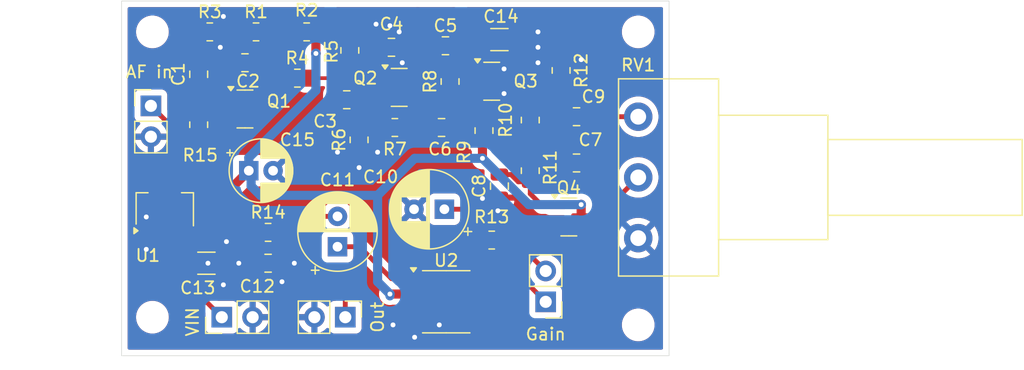
<source format=kicad_pcb>
(kicad_pcb (version 20241229) (generator "pcbnew") (generator_version "9.0")
  (layers (0 "F.Cu" signal) (2 "B.Cu" signal) (13 "F.Paste" user) (15 "B.Paste" user) (5 "F.SilkS" user "F.Silkscreen") (7 "B.SilkS" user "B.Silkscreen") (1 "F.Mask" user) (3 "B.Mask" user) (25 "Edge.Cuts" user))
  (net 0 "")
  (net 1 "GND")
  (net 2 "Net-(Q1-C)")
  (net 3 "Net-(Q1-B)")
  (net 4 "3V3")
  (net 5 "Net-(Q2-E)")
  (net 6 "Net-(Q2-B)")
  (net 7 "Net-(Q3-B)")
  (net 8 "Net-(Q3-E)")
  (net 9 "Net-(Q4-B)")
  (net 10 "Net-(Q4-E)")
  (net 11 "Net-(J4-Pin_1)")
  (net 12 "Net-(J1-Pin_1)")
  (net 13 "Net-(C3-Pad1)")
  (net 14 "Net-(C6-Pad1)")
  (net 15 "Net-(C7-Pad1)")
  (net 16 "Net-(C9-Pad2)")
  (net 17 "Net-(J2-Pin_2)")
  (net 18 "Net-(J3-Pin_1)")
  (net 19 "Net-(C12-Pad2)")
  (net 20 "Net-(J2-Pin_1)")
  (net 21 "Net-(RV1-Pad2)")
  (net 22 "Net-(C11-Pad1)")
  (net 23 "Net-(C1-Pad1)")
  (footprint "Capacitor_SMD:C_0805_2012Metric" (layer "F.Cu") (at 88.265 140.335)
    (property "Reference" "C7" (at 1.143 -1.905 0) (layer "F.SilkS"))
    (property "Value" "22n")
    (pad "1" smd roundrect (at -0.95 0) (size 1 1.45) (layers "F.Cu" "F.Mask" "F.Paste") (net 15 "Net-(C7-Pad1)"))
    (pad "2" smd roundrect (at 0.95 0) (size 1 1.45) (layers "F.Cu" "F.Mask" "F.Paste") (net 10 "Net-(Q4-E)"))
  )
  (footprint "Package_TO_SOT_SMD:SOT-23" (layer "F.Cu") (at 73.66 134.112)
    (property "Reference" "Q2" (at -2.794 -0.762 0) (layer "F.SilkS"))
    (property "Value" "MMBT3904")
    (pad "1" smd roundrect (at -0.9375 -0.95) (size 1.475 0.6) (layers "F.Cu" "F.Mask" "F.Paste") (net 6 "Net-(Q2-B)"))
    (pad "2" smd roundrect (at -0.9375 0.95) (size 1.475 0.6) (layers "F.Cu" "F.Mask" "F.Paste") (net 5 "Net-(Q2-E)"))
    (pad "3" smd roundrect (at 0.9375 0) (size 1.475 0.6) (layers "F.Cu" "F.Mask" "F.Paste") (net 4 "3V3"))
  )
  (footprint "MountingHole:MountingHole_2.2mm_M2_DIN965" (layer "F.Cu") (at 93.345 129.54)
    (property "Reference" "REF**" (hide yes))
    (property "Value" "MountingHole_2.2mm_M2_DIN965")
    (pad "" np_thru_hole circle (at 0 0) (size 2.2 2.2) (drill 2.2) (layers "*.Cu" "*.Mask"))
  )
  (footprint "Capacitor_SMD:C_0805_2012Metric" (layer "F.Cu") (at 77.15 137.414)
    (property "Reference" "C6" (at -0.127 1.778 0) (layer "F.SilkS"))
    (property "Value" "22n")
    (pad "1" smd roundrect (at -0.95 0) (size 1 1.45) (layers "F.Cu" "F.Mask" "F.Paste") (net 14 "Net-(C6-Pad1)"))
    (pad "2" smd roundrect (at 0.95 0) (size 1 1.45) (layers "F.Cu" "F.Mask" "F.Paste") (net 8 "Net-(Q3-E)"))
  )
  (footprint "Capacitor_SMD:C_0805_2012Metric" (layer "F.Cu") (at 57.15 133.03 90)
    (property "Reference" "C1" (at 0 -1.68 90) (layer "F.SilkS"))
    (property "Value" "1u")
    (pad "1" smd roundrect (at -0.95 0 90) (size 1 1.45) (layers "F.Cu" "F.Mask" "F.Paste") (net 23 "Net-(C1-Pad1)"))
    (pad "2" smd roundrect (at 0.95 0 90) (size 1 1.45) (layers "F.Cu" "F.Mask" "F.Paste") (net 3 "Net-(Q1-B)"))
  )
  (footprint "Capacitor_THT:CP_Radial_D6.3mm_P2.50mm" (layer "F.Cu") (at 77.38238 144.145 180)
    (property "Reference" "C10" (at 5.24638 2.667 0) (layer "F.SilkS"))
    (property "Value" "100x6.3v")
    (pad "1" thru_hole rect (at 0 0 180) (size 1.6 1.6) (drill 0.8) (layers "*.Cu" "*.Mask") (net 17 "Net-(J2-Pin_2)"))
    (pad "2" thru_hole circle (at 2.5 0 180) (size 1.6 1.6) (drill 0.8) (layers "*.Cu" "*.Mask") (net 1 "GND"))
  )
  (footprint "Package_SO:SOIC-8_3.9x4.9mm_P1.27mm" (layer "F.Cu") (at 77.535 151.765)
    (property "Reference" "U2" (at 0 -3.4 0) (layer "F.SilkS"))
    (property "Value" "TDA2822D")
    (pad "1" smd roundrect (at -2.475 -1.905) (size 1.95 0.6) (layers "F.Cu" "F.Mask" "F.Paste") (net 22 "Net-(C11-Pad1)"))
    (pad "2" smd roundrect (at -2.475 -0.635) (size 1.95 0.6) (layers "F.Cu" "F.Mask" "F.Paste") (net 4 "3V3"))
    (pad "3" smd roundrect (at -2.475 0.635) (size 1.95 0.6) (layers "F.Cu" "F.Mask" "F.Paste"))
    (pad "4" smd roundrect (at -2.475 1.905) (size 1.95 0.6) (layers "F.Cu" "F.Mask" "F.Paste") (net 1 "GND"))
    (pad "5" smd roundrect (at 2.475 1.905) (size 1.95 0.6) (layers "F.Cu" "F.Mask" "F.Paste"))
    (pad "6" smd roundrect (at 2.475 0.635) (size 1.95 0.6) (layers "F.Cu" "F.Mask" "F.Paste"))
    (pad "7" smd roundrect (at 2.475 -0.635) (size 1.95 0.6) (layers "F.Cu" "F.Mask" "F.Paste") (net 21 "Net-(RV1-Pad2)"))
    (pad "8" smd roundrect (at 2.475 -1.905) (size 1.95 0.6) (layers "F.Cu" "F.Mask" "F.Paste") (net 20 "Net-(J2-Pin_1)"))
  )
  (footprint "Capacitor_SMD:C_0805_2012Metric" (layer "F.Cu") (at 73.025 130.81 180)
    (property "Reference" "C4" (at 0 1.905 0) (layer "F.SilkS"))
    (property "Value" "1n")
    (pad "1" smd roundrect (at -0.95 0 180) (size 1 1.45) (layers "F.Cu" "F.Mask" "F.Paste") (net 1 "GND"))
    (pad "2" smd roundrect (at 0.95 0 180) (size 1 1.45) (layers "F.Cu" "F.Mask" "F.Paste") (net 6 "Net-(Q2-B)"))
  )
  (footprint "Capacitor_SMD:C_0805_2012Metric" (layer "F.Cu") (at 81.915 142.24 90)
    (property "Reference" "C8" (at 0 -1.68 90) (layer "F.SilkS"))
    (property "Value" "15n")
    (pad "1" smd roundrect (at -0.95 0 90) (size 1 1.45) (layers "F.Cu" "F.Mask" "F.Paste") (net 1 "GND"))
    (pad "2" smd roundrect (at 0.95 0 90) (size 1 1.45) (layers "F.Cu" "F.Mask" "F.Paste") (net 9 "Net-(Q4-B)"))
  )
  (footprint "MountingHole:MountingHole_2.2mm_M2_DIN965" (layer "F.Cu") (at 93.345 153.67)
    (property "Reference" "REF**" (hide yes))
    (property "Value" "MountingHole_2.2mm_M2_DIN965")
    (pad "" np_thru_hole circle (at 0 0) (size 2.2 2.2) (drill 2.2) (layers "*.Cu" "*.Mask"))
  )
  (footprint "Potentiometer_THT:Potentiometer_Piher_PC-16_Single_Horizontal" (layer "F.Cu") (at 93.345 146.525)
    (property "Reference" "RV1" (at 0 -14.25 0) (layer "F.SilkS"))
    (property "Value" "10k")
    (pad "1" thru_hole circle (at 0 0) (size 2.34 2.34) (drill 1.3) (layers "*.Cu" "*.Mask") (net 1 "GND"))
    (pad "2" thru_hole circle (at 0 -5) (size 2.34 2.34) (drill 1.3) (layers "*.Cu" "*.Mask") (net 21 "Net-(RV1-Pad2)"))
    (pad "3" thru_hole circle (at 0 -10) (size 2.34 2.34) (drill 1.3) (layers "*.Cu" "*.Mask") (net 16 "Net-(C9-Pad2)"))
  )
  (footprint "Capacitor_SMD:C_0805_2012Metric" (layer "F.Cu") (at 69.342 135.128)
    (property "Reference" "C3" (at -1.778 1.778 0) (layer "F.SilkS"))
    (property "Value" "22n")
    (pad "1" smd roundrect (at -0.95 0) (size 1 1.45) (layers "F.Cu" "F.Mask" "F.Paste") (net 13 "Net-(C3-Pad1)"))
    (pad "2" smd roundrect (at 0.95 0) (size 1 1.45) (layers "F.Cu" "F.Mask" "F.Paste") (net 5 "Net-(Q2-E)"))
  )
  (footprint "Capacitor_SMD:C_0805_2012Metric" (layer "F.Cu") (at 62.865 148.59 180)
    (property "Reference" "C12" (at 0.889 -1.905 0) (layer "F.SilkS"))
    (property "Value" "100n")
    (pad "1" smd roundrect (at -0.95 0 180) (size 1 1.45) (layers "F.Cu" "F.Mask" "F.Paste") (net 1 "GND"))
    (pad "2" smd roundrect (at 0.95 0 180) (size 1 1.45) (layers "F.Cu" "F.Mask" "F.Paste") (net 19 "Net-(C12-Pad2)"))
  )
  (footprint "Package_TO_SOT_SMD:SOT-23" (layer "F.Cu") (at 81.28 133.604)
    (property "Reference" "Q3" (at 2.794 0 0) (layer "F.SilkS"))
    (property "Value" "MMBT3906")
    (pad "1" smd roundrect (at -0.9375 -0.95) (size 1.475 0.6) (layers "F.Cu" "F.Mask" "F.Paste") (net 7 "Net-(Q3-B)"))
    (pad "2" smd roundrect (at -0.9375 0.95) (size 1.475 0.6) (layers "F.Cu" "F.Mask" "F.Paste") (net 8 "Net-(Q3-E)"))
    (pad "3" smd roundrect (at 0.9375 0) (size 1.475 0.6) (layers "F.Cu" "F.Mask" "F.Paste") (net 1 "GND"))
  )
  (footprint "Capacitor_SMD:C_0805_2012Metric" (layer "F.Cu") (at 60.96 132.08 180)
    (property "Reference" "C2" (at -0.254 -1.524 0) (layer "F.SilkS"))
    (property "Value" "1n")
    (pad "1" smd roundrect (at -0.95 0 180) (size 1 1.45) (layers "F.Cu" "F.Mask" "F.Paste") (net 2 "Net-(Q1-C)"))
    (pad "2" smd roundrect (at 0.95 0 180) (size 1 1.45) (layers "F.Cu" "F.Mask" "F.Paste") (net 3 "Net-(Q1-B)"))
  )
  (footprint "Resistor_SMD:R_0805_2012Metric" (layer "F.Cu") (at 73.3025 137.414)
    (property "Reference" "R7" (at 0 1.778 0) (layer "F.SilkS"))
    (property "Value" "3k9")
    (pad "1" smd roundrect (at -0.9125 0) (size 1.025 1.4) (layers "F.Cu" "F.Mask" "F.Paste") (roundrect_rratio 0.243902) (net 5 "Net-(Q2-E)"))
    (pad "2" smd roundrect (at 0.9125 0) (size 1.025 1.4) (layers "F.Cu" "F.Mask" "F.Paste") (roundrect_rratio 0.243902) (net 14 "Net-(C6-Pad1)"))
  )
  (footprint "Connector_PinHeader_2.54mm:PinHeader_1x02_P2.54mm_Vertical" (layer "F.Cu") (at 85.725 151.77 180)
    (property "Reference" "J2" (hide yes))
    (property "Value" "Gain" (at 0 -2.662 0) (layer "F.SilkS"))
    (pad "1" thru_hole rect (at 0 0 180) (size 1.7 1.7) (drill 1) (layers "*.Cu" "*.Mask") (net 20 "Net-(J2-Pin_1)"))
    (pad "2" thru_hole oval (at 0 2.54 180) (size 1.7 1.7) (drill 1) (layers "*.Cu" "*.Mask") (net 17 "Net-(J2-Pin_2)"))
  )
  (footprint "Resistor_SMD:R_0805_2012Metric" (layer "F.Cu") (at 84.455 136.8025 -90)
    (property "Reference" "R10" (at 0 2.032 90) (layer "F.SilkS"))
    (property "Value" "2k4")
    (pad "1" smd roundrect (at -0.9125 0 270) (size 1.025 1.4) (layers "F.Cu" "F.Mask" "F.Paste") (roundrect_rratio 0.243902) (net 8 "Net-(Q3-E)"))
    (pad "2" smd roundrect (at 0.9125 0 270) (size 1.025 1.4) (layers "F.Cu" "F.Mask" "F.Paste") (roundrect_rratio 0.243902) (net 15 "Net-(C7-Pad1)"))
  )
  (footprint "Resistor_SMD:R_0805_2012Metric" (layer "F.Cu") (at 84.455 140.97 -90)
    (property "Reference" "R11" (at -0.254 -1.65 90) (layer "F.SilkS"))
    (property "Value" "5k6")
    (pad "1" smd roundrect (at -0.9125 0 270) (size 1.025 1.4) (layers "F.Cu" "F.Mask" "F.Paste") (roundrect_rratio 0.243902) (net 15 "Net-(C7-Pad1)"))
    (pad "2" smd roundrect (at 0.9125 0 270) (size 1.025 1.4) (layers "F.Cu" "F.Mask" "F.Paste") (roundrect_rratio 0.243902) (net 9 "Net-(Q4-B)"))
  )
  (footprint "Capacitor_SMD:C_1206_3216Metric" (layer "F.Cu") (at 57.785 148.59)
    (property "Reference" "C13" (at -0.711252 2.032 0) (layer "F.SilkS"))
    (property "Value" "10u")
    (pad "1" smd roundrect (at -1.475 0) (size 1.15 1.8) (layers "F.Cu" "F.Mask" "F.Paste") (roundrect_rratio 0.217391) (net 11 "Net-(J4-Pin_1)"))
    (pad "2" smd roundrect (at 1.475 0) (size 1.15 1.8) (layers "F.Cu" "F.Mask" "F.Paste") (roundrect_rratio 0.217391) (net 1 "GND"))
  )
  (footprint "MountingHole:MountingHole_2.2mm_M2_DIN965" (layer "F.Cu") (at 53.34 153.035)
    (property "Reference" "REF**" (hide yes))
    (property "Value" "MountingHole_2.2mm_M2_DIN965")
    (pad "" np_thru_hole circle (at 0 0) (size 2.2 2.2) (drill 2.2) (layers "*.Cu" "*.Mask"))
  )
  (footprint "Resistor_SMD:R_0805_2012Metric" (layer "F.Cu") (at 58.0625 129.54)
    (property "Reference" "R3" (at 0 -1.65 0) (layer "F.SilkS"))
    (property "Value" "47k")
    (pad "1" smd roundrect (at -0.9125 0) (size 1.025 1.4) (layers "F.Cu" "F.Mask" "F.Paste") (roundrect_rratio 0.243902) (net 3 "Net-(Q1-B)"))
    (pad "2" smd roundrect (at 0.9125 0) (size 1.025 1.4) (layers "F.Cu" "F.Mask" "F.Paste") (roundrect_rratio 0.243902) (net 1 "GND"))
  )
  (footprint "Package_TO_SOT_SMD:SOT-23" (layer "F.Cu") (at 60.96 135.89)
    (property "Reference" "Q1" (at 2.794 -0.635 0) (layer "F.SilkS"))
    (property "Value" "MMBT3904")
    (pad "1" smd roundrect (at -0.9375 -0.95) (size 1.475 0.6) (layers "F.Cu" "F.Mask" "F.Paste") (net 3 "Net-(Q1-B)"))
    (pad "2" smd roundrect (at -0.9375 0.95) (size 1.475 0.6) (layers "F.Cu" "F.Mask" "F.Paste") (net 1 "GND"))
    (pad "3" smd roundrect (at 0.9375 0) (size 1.475 0.6) (layers "F.Cu" "F.Mask" "F.Paste") (net 2 "Net-(Q1-C)"))
  )
  (footprint "Capacitor_SMD:C_1206_3216Metric" (layer "F.Cu") (at 81.915 130.175)
    (property "Reference" "C14" (at 0.127 -1.905 0) (layer "F.SilkS"))
    (property "Value" "10u")
    (pad "1" smd roundrect (at -1.475 0) (size 1.15 1.8) (layers "F.Cu" "F.Mask" "F.Paste") (roundrect_rratio 0.217391) (net 4 "3V3"))
    (pad "2" smd roundrect (at 1.475 0) (size 1.15 1.8) (layers "F.Cu" "F.Mask" "F.Paste") (roundrect_rratio 0.217391) (net 1 "GND"))
  )
  (footprint "Resistor_SMD:R_0805_2012Metric" (layer "F.Cu") (at 70.358 138.43 90)
    (property "Reference" "R6" (at 0 -1.65 90) (layer "F.SilkS"))
    (property "Value" "1k")
    (pad "1" smd roundrect (at -0.9125 0 90) (size 1.025 1.4) (layers "F.Cu" "F.Mask" "F.Paste") (roundrect_rratio 0.243902) (net 1 "GND"))
    (pad "2" smd roundrect (at 0.9125 0 90) (size 1.025 1.4) (layers "F.Cu" "F.Mask" "F.Paste") (roundrect_rratio 0.243902) (net 5 "Net-(Q2-E)"))
  )
  (footprint "Capacitor_SMD:C_0805_2012Metric" (layer "F.Cu") (at 88.265 136.525)
    (property "Reference" "C9" (at 1.397 -1.651 0) (layer "F.SilkS"))
    (property "Value" "1u")
    (pad "1" smd roundrect (at -0.95 0) (size 1 1.45) (layers "F.Cu" "F.Mask" "F.Paste") (net 10 "Net-(Q4-E)"))
    (pad "2" smd roundrect (at 0.95 0) (size 1 1.45) (layers "F.Cu" "F.Mask" "F.Paste") (net 16 "Net-(C9-Pad2)"))
  )
  (footprint "Resistor_SMD:R_0805_2012Metric" (layer "F.Cu") (at 57.15 137.1835 90)
    (property "Reference" "R15" (at -2.5165 0.127 0) (layer "F.SilkS"))
    (property "Value" "10k")
    (pad "1" smd roundrect (at -0.9125 0 90) (size 1.025 1.4) (layers "F.Cu" "F.Mask" "F.Paste") (roundrect_rratio 0.243902) (net 12 "Net-(J1-Pin_1)"))
    (pad "2" smd roundrect (at 0.9125 0 90) (size 1.025 1.4) (layers "F.Cu" "F.Mask" "F.Paste") (roundrect_rratio 0.243902) (net 23 "Net-(C1-Pad1)"))
  )
  (footprint "Capacitor_SMD:C_0805_2012Metric" (layer "F.Cu") (at 77.47 130.683 180)
    (property "Reference" "C5" (at 0 1.651 0) (layer "F.SilkS"))
    (property "Value" "10n")
    (pad "1" smd roundrect (at -0.95 0 180) (size 1 1.45) (layers "F.Cu" "F.Mask" "F.Paste") (net 1 "GND"))
    (pad "2" smd roundrect (at 0.95 0 180) (size 1 1.45) (layers "F.Cu" "F.Mask" "F.Paste") (net 7 "Net-(Q3-B)"))
  )
  (footprint "Resistor_SMD:R_0805_2012Metric" (layer "F.Cu") (at 62.865 146.05)
    (property "Reference" "R14" (at 0 -1.65 0) (layer "F.SilkS"))
    (property "Value" "4.7")
    (pad "1" smd roundrect (at -0.9125 0) (size 1.025 1.4) (layers "F.Cu" "F.Mask" "F.Paste") (roundrect_rratio 0.243902) (net 19 "Net-(C12-Pad2)"))
    (pad "2" smd roundrect (at 0.9125 0) (size 1.025 1.4) (layers "F.Cu" "F.Mask" "F.Paste") (roundrect_rratio 0.243902) (net 18 "Net-(J3-Pin_1)"))
  )
  (footprint "Resistor_SMD:R_0805_2012Metric" (layer "F.Cu") (at 80.645 137.668 -90)
    (property "Reference" "R9" (at 1.778 1.651 90) (layer "F.SilkS"))
    (property "Value" "1k")
    (pad "1" smd roundrect (at -0.9125 0 270) (size 1.025 1.4) (layers "F.Cu" "F.Mask" "F.Paste") (roundrect_rratio 0.243902) (net 8 "Net-(Q3-E)"))
    (pad "2" smd roundrect (at 0.9125 0 270) (size 1.025 1.4) (layers "F.Cu" "F.Mask" "F.Paste") (roundrect_rratio 0.243902) (net 4 "3V3"))
  )
  (footprint "Resistor_SMD:R_0805_2012Metric" (layer "F.Cu") (at 65.278 133.35)
    (property "Reference" "R4" (at 0 -1.65 0) (layer "F.SilkS"))
    (property "Value" "10k")
    (pad "1" smd roundrect (at -0.9125 0) (size 1.025 1.4) (layers "F.Cu" "F.Mask" "F.Paste") (roundrect_rratio 0.243902) (net 2 "Net-(Q1-C)"))
    (pad "2" smd roundrect (at 0.9125 0) (size 1.025 1.4) (layers "F.Cu" "F.Mask" "F.Paste") (roundrect_rratio 0.243902) (net 13 "Net-(C3-Pad1)"))
  )
  (footprint "Resistor_SMD:R_0805_2012Metric" (layer "F.Cu") (at 66.04 129.54 180)
    (property "Reference" "R2" (at 0 1.778 0) (layer "F.SilkS"))
    (property "Value" "1k")
    (pad "1" smd roundrect (at -0.9125 0 180) (size 1.025 1.4) (layers "F.Cu" "F.Mask" "F.Paste") (roundrect_rratio 0.243902) (net 4 "3V3"))
    (pad "2" smd roundrect (at 0.9125 0 180) (size 1.025 1.4) (layers "F.Cu" "F.Mask" "F.Paste") (roundrect_rratio 0.243902) (net 2 "Net-(Q1-C)"))
  )
  (footprint "Resistor_SMD:R_0805_2012Metric" (layer "F.Cu") (at 86.995 132.715 -90)
    (property "Reference" "R12" (at 0 -1.65 90) (layer "F.SilkS"))
    (property "Value" "1k")
    (pad "1" smd roundrect (at -0.9125 0 270) (size 1.025 1.4) (layers "F.Cu" "F.Mask" "F.Paste") (roundrect_rratio 0.243902) (net 1 "GND"))
    (pad "2" smd roundrect (at 0.9125 0 270) (size 1.025 1.4) (layers "F.Cu" "F.Mask" "F.Paste") (roundrect_rratio 0.243902) (net 10 "Net-(Q4-E)"))
  )
  (footprint "Connector_PinHeader_2.54mm:PinHeader_1x02_P2.54mm_Vertical" (layer "F.Cu") (at 53.213 135.631)
    (property "Reference" "J1" (hide yes))
    (property "Value" "AF in" (at -0.127 -2.789 0) (layer "F.SilkS"))
    (pad "1" thru_hole rect (at 0 0) (size 1.7 1.7) (drill 1) (layers "*.Cu" "*.Mask") (net 12 "Net-(J1-Pin_1)"))
    (pad "2" thru_hole oval (at 0 2.54) (size 1.7 1.7) (drill 1) (layers "*.Cu" "*.Mask") (net 1 "GND"))
  )
  (footprint "Package_TO_SOT_SMD:SOT-89-3" (layer "F.Cu") (at 54.356 144.145 90)
    (property "Reference" "U1" (at -3.81 -1.397 180) (layer "F.SilkS"))
    (property "Value" "ME6209")
    (pad "1" smd roundrect (at -1.95 -1.5 90) (size 1.3 0.9) (layers "F.Cu" "F.Mask" "F.Paste") (net 1 "GND"))
    (pad "2" smd custom (at -1.8625 0 90) (size 1.475 0.9) (layers "F.Cu" "F.Mask" "F.Paste") (net 11 "Net-(J4-Pin_1)") (options (clearance outline) (anchor rect)) (primitives (gr_poly (pts (xy 3.8625 0.8665) (xy 0.7375 0.8665) (xy 0.7375 -0.8665) (xy 3.8625 -0.8665)) (width 0) (fill yes))))
    (pad "3" smd roundrect (at -1.95 1.5 90) (size 1.3 0.9) (layers "F.Cu" "F.Mask" "F.Paste") (net 4 "3V3"))
  )
  (footprint "MountingHole:MountingHole_2.2mm_M2_DIN965" (layer "F.Cu") (at 53.34 129.54)
    (property "Reference" "REF**" (hide yes))
    (property "Value" "MountingHole_2.2mm_M2_DIN965")
    (pad "" np_thru_hole circle (at 0 0) (size 2.2 2.2) (drill 2.2) (layers "*.Cu" "*.Mask"))
  )
  (footprint "Capacitor_THT:CP_Radial_D6.3mm_P2.50mm" (layer "F.Cu") (at 68.58 147.23238 90)
    (property "Reference" "C11" (at 5.50038 0 180) (layer "F.SilkS"))
    (property "Value" "100x6.3V")
    (pad "1" thru_hole rect (at 0 0 90) (size 1.6 1.6) (drill 0.8) (layers "*.Cu" "*.Mask") (net 22 "Net-(C11-Pad1)"))
    (pad "2" thru_hole circle (at 2.5 0 90) (size 1.6 1.6) (drill 0.8) (layers "*.Cu" "*.Mask") (net 18 "Net-(J3-Pin_1)"))
  )
  (footprint "Package_TO_SOT_SMD:SOT-23" (layer "F.Cu") (at 87.63 144.78)
    (property "Reference" "Q4" (at 0 -2.4 0) (layer "F.SilkS"))
    (property "Value" "MMBT3904")
    (pad "1" smd roundrect (at -0.9375 -0.95) (size 1.475 0.6) (layers "F.Cu" "F.Mask" "F.Paste") (net 9 "Net-(Q4-B)"))
    (pad "2" smd roundrect (at -0.9375 0.95) (size 1.475 0.6) (layers "F.Cu" "F.Mask" "F.Paste") (net 10 "Net-(Q4-E)"))
    (pad "3" smd roundrect (at 0.9375 0) (size 1.475 0.6) (layers "F.Cu" "F.Mask" "F.Paste") (net 4 "3V3"))
  )
  (footprint "Resistor_SMD:R_0805_2012Metric" (layer "F.Cu") (at 61.8725 129.54)
    (property "Reference" "R1" (at 0 -1.65 0) (layer "F.SilkS"))
    (property "Value" "47k")
    (pad "1" smd roundrect (at -0.9125 0) (size 1.025 1.4) (layers "F.Cu" "F.Mask" "F.Paste") (roundrect_rratio 0.243902) (net 3 "Net-(Q1-B)"))
    (pad "2" smd roundrect (at 0.9125 0) (size 1.025 1.4) (layers "F.Cu" "F.Mask" "F.Paste") (roundrect_rratio 0.243902) (net 2 "Net-(Q1-C)"))
  )
  (footprint "Resistor_SMD:R_0805_2012Metric" (layer "F.Cu") (at 69.596 131.064 -90)
    (property "Reference" "R5" (at 0.1035 1.524 90) (layer "F.SilkS"))
    (property "Value" "27k")
    (pad "1" smd roundrect (at -0.9125 0 270) (size 1.025 1.4) (layers "F.Cu" "F.Mask" "F.Paste") (roundrect_rratio 0.243902) (net 13 "Net-(C3-Pad1)"))
    (pad "2" smd roundrect (at 0.9125 0 270) (size 1.025 1.4) (layers "F.Cu" "F.Mask" "F.Paste") (roundrect_rratio 0.243902) (net 6 "Net-(Q2-B)"))
  )
  (footprint "Capacitor_THT:CP_Radial_D5.0mm_P2.00mm" (layer "F.Cu") (at 61.274888 140.97)
    (property "Reference" "C15" (at 4.003112 -2.54 0) (layer "F.SilkS"))
    (property "Value" "47x6.3v")
    (pad "1" thru_hole rect (at 0 0) (size 1.6 1.6) (drill 0.8) (layers "*.Cu" "*.Mask") (net 4 "3V3"))
    (pad "2" thru_hole circle (at 2 0) (size 1.6 1.6) (drill 0.8) (layers "*.Cu" "*.Mask") (net 1 "GND"))
  )
  (footprint "Resistor_SMD:R_0805_2012Metric" (layer "F.Cu") (at 77.851 133.6275 90)
    (property "Reference" "R8" (at 0 -1.65 90) (layer "F.SilkS"))
    (property "Value" "5k6")
    (pad "1" smd roundrect (at -0.9125 0 90) (size 1.025 1.4) (layers "F.Cu" "F.Mask" "F.Paste") (roundrect_rratio 0.243902) (net 14 "Net-(C6-Pad1)"))
    (pad "2" smd roundrect (at 0.9125 0 90) (size 1.025 1.4) (layers "F.Cu" "F.Mask" "F.Paste") (roundrect_rratio 0.243902) (net 7 "Net-(Q3-B)"))
  )
  (footprint "Connector_PinHeader_2.54mm:PinHeader_1x02_P2.54mm_Vertical" (layer "F.Cu") (at 59.05 153.035 90)
    (property "Reference" "J4" (hide yes))
    (property "Value" "VIN" (at -0.381 -2.408 90) (layer "F.SilkS"))
    (pad "1" thru_hole rect (at 0 0 90) (size 1.7 1.7) (drill 1) (layers "*.Cu" "*.Mask") (net 11 "Net-(J4-Pin_1)"))
    (pad "2" thru_hole oval (at 0 2.54 90) (size 1.7 1.7) (drill 1) (layers "*.Cu" "*.Mask") (net 1 "GND"))
  )
  (footprint "Resistor_SMD:R_0805_2012Metric" (layer "F.Cu") (at 81.28 146.685 180)
    (property "Reference" "R13" (at 0 1.905 0) (layer "F.SilkS"))
    (property "Value" "680")
    (pad "1" smd roundrect (at -0.9125 0 180) (size 1.025 1.4) (layers "F.Cu" "F.Mask" "F.Paste") (roundrect_rratio 0.243902) (net 17 "Net-(J2-Pin_2)"))
    (pad "2" smd roundrect (at 0.9125 0 180) (size 1.025 1.4) (layers "F.Cu" "F.Mask" "F.Paste") (roundrect_rratio 0.243902) (net 20 "Net-(J2-Pin_1)"))
  )
  (footprint "Connector_PinHeader_2.54mm:PinHeader_1x02_P2.54mm_Vertical" (layer "F.Cu") (at 69.22 153.035 -90)
    (property "Reference" "J3" (hide yes))
    (property "Value" "Out" (at 0 -2.662 90) (layer "F.SilkS"))
    (pad "1" thru_hole rect (at 0 0 270) (size 1.7 1.7) (drill 1) (layers "*.Cu" "*.Mask") (net 18 "Net-(J3-Pin_1)"))
    (pad "2" thru_hole oval (at 0 2.54 270) (size 1.7 1.7) (drill 1) (layers "*.Cu" "*.Mask") (net 1 "GND"))
  )
  (gr_rect (start 50.8 127) (end 95.885 156.21) (stroke (width 0.05)) (fill no) (layer "Edge.Cuts"))
  (segment (start 82.089 131.476) (end 83.39 130.175) (width 0.4) (layer "F.Cu") (net 1))
  (segment (start 73.975 130.81) (end 73.975 129.855) (width 0.4) (layer "F.Cu") (net 1))
  (segment (start 79.213 131.476) (end 82.089 131.476) (width 0.4) (layer "F.Cu") (net 1))
  (segment (start 78.42 130.683) (end 79.213 131.476) (width 0.4) (layer "F.Cu") (net 1))
  (segment (start 73.975 129.855) (end 73.66 129.54) (width 0.4) (layer "F.Cu") (net 1))
  (via (at 82.296 134.62) (size 0.8) (drill 0.4) (layers "F.Cu" "B.Cu") (net 1))
  (via (at 72.898 129.032) (size 0.8) (drill 0.4) (layers "F.Cu" "B.Cu") (net 1))
  (via (at 73.914 132.08) (size 0.8) (drill 0.4) (layers "F.Cu" "B.Cu") (net 1))
  (via (at 88.646 131.826) (size 0.8) (drill 0.4) (layers "F.Cu" "B.Cu") (net 1))
  (via (at 64.008 150.114) (size 0.8) (drill 0.4) (layers "F.Cu" "B.Cu") (net 1))
  (via (at 85.09 132.08) (size 0.8) (drill 0.4) (layers "F.Cu" "B.Cu") (net 1))
  (via (at 52.832 144.78) (size 0.8) (drill 0.4) (layers "F.Cu" "B.Cu") (net 1))
  (via (at 57.912 148.59) (size 0.8) (drill 0.4) (layers "F.Cu" "B.Cu") (net 1))
  (via (at 85.09 130.81) (size 0.8) (drill 0.4) (layers "F.Cu" "B.Cu") (net 1))
  (via (at 59.436 146.812) (size 0.8) (drill 0.4) (layers "F.Cu" "B.Cu") (net 1))
  (via (at 59.182 128.27) (size 0.8) (drill 0.4) (layers "F.Cu" "B.Cu") (net 1))
  (via (at 82.296 132.588) (size 0.8) (drill 0.4) (layers "F.Cu" "B.Cu") (net 1))
  (via (at 70.358 140.716) (size 0.8) (drill 0.4) (layers "F.Cu" "B.Cu") (net 1))
  (via (at 73.152 153.67) (size 0.8) (drill 0.4) (layers "F.Cu" "B.Cu") (net 1))
  (via (at 71.882 139.446) (size 0.8) (drill 0.4) (layers "F.Cu" "B.Cu") (net 1))
  (via (at 60.452 148.59) (size 0.8) (drill 0.4) (layers "F.Cu" "B.Cu") (net 1))
  (via (at 65.024 148.59) (size 0.8) (drill 0.4) (layers "F.Cu" "B.Cu") (net 1))
  (via (at 81.788 144.272) (size 0.8) (drill 0.4) (layers "F.Cu" "B.Cu") (net 1))
  (via (at 68.58 139.446) (size 0.8) (drill 0.4) (layers "F.Cu" "B.Cu") (net 1))
  (via (at 74.93 154.686) (size 0.8) (drill 0.4) (layers "F.Cu" "B.Cu") (net 1))
  (via (at 80.518 143.256) (size 0.8) (drill 0.4) (layers "F.Cu" "B.Cu") (net 1))
  (via (at 71.755 128.905) (size 0.8) (drill 0.4) (layers "F.Cu" "B.Cu") (net 1))
  (via (at 58.928 130.81) (size 0.8) (drill 0.4) (layers "F.Cu" "B.Cu") (net 1))
  (via (at 85.09 129.54) (size 0.8) (drill 0.4) (layers "F.Cu" "B.Cu") (net 1))
  (via (at 73.66 129.54) (size 0.8) (drill 0.4) (layers "F.Cu" "B.Cu") (net 1))
  (via (at 76.962 153.67) (size 0.8) (drill 0.4) (layers "F.Cu" "B.Cu") (net 1))
  (via (at 59.182 150.368) (size 0.8) (drill 0.4) (layers "F.Cu" "B.Cu") (net 1))
  (via (at 52.832 147.447) (size 0.8) (drill 0.4) (layers "F.Cu" "B.Cu") (net 1))
  (segment (start 62.738 132.08) (end 63.0955 132.08) (width 0.3048) (layer "F.Cu") (net 2))
  (segment (start 62.785 132.033) (end 62.738 132.08) (width 0.3048) (layer "F.Cu") (net 2))
  (segment (start 62.785 129.54) (end 65.1275 129.54) (width 0.3048) (layer "F.Cu") (net 2))
  (segment (start 63.0955 132.08) (end 64.3655 133.35) (width 0.3048) (layer "F.Cu") (net 2))
  (segment (start 61.8975 132.0925) (end 61.91 132.08) (width 0.3048) (layer "F.Cu") (net 2))
  (segment (start 61.8975 135.89) (end 61.8975 132.0925) (width 0.3048) (layer "F.Cu") (net 2))
  (segment (start 62.785 129.54) (end 62.785 132.033) (width 0.3048) (layer "F.Cu") (net 2))
  (segment (start 61.91 132.08) (end 62.738 132.08) (width 0.3048) (layer "F.Cu") (net 2))
  (segment (start 60.01 131.252) (end 60.96 130.302) (width 0.3048) (layer "F.Cu") (net 3))
  (segment (start 60.96 130.302) (end 60.96 129.54) (width 0.3048) (layer "F.Cu") (net 3))
  (segment (start 60.01 132.08) (end 60.01 131.252) (width 0.3048) (layer "F.Cu") (net 3))
  (segment (start 60.01 134.9275) (end 60.0225 134.94) (width 0.3048) (layer "F.Cu") (net 3))
  (segment (start 60.01 132.08) (end 60.01 134.9275) (width 0.3048) (layer "F.Cu") (net 3))
  (segment (start 57.15 132.08) (end 57.15 129.54) (width 0.3048) (layer "F.Cu") (net 3))
  (segment (start 57.15 132.08) (end 60.01 132.08) (width 0.3048) (layer "F.Cu") (net 3))
  (segment (start 75.184 133.5255) (end 75.184 127.876) (width 0.75) (layer "F.Cu") (net 4))
  (segment (start 68.6165 127.876) (end 75.184 127.876) (width 0.75) (layer "F.Cu") (net 4))
  (segment (start 56.515 146.05) (end 55.901 146.05) (width 0.75) (layer "F.Cu") (net 4))
  (segment (start 66.802 131.318) (end 66.802 129.6905) (width 0.75) (layer "F.Cu") (net 4))
  (segment (start 88.646 144.7015) (end 88.5675 144.78) (width 0.75) (layer "F.Cu") (net 4))
  (segment (start 66.9525 129.54) (end 68.6165 127.876) (width 0.75) (layer "F.Cu") (net 4))
  (segment (start 75.184 127.876) (end 78.141 127.876) (width 0.75) (layer "F.Cu") (net 4))
  (segment (start 80.518 139.954) (end 80.518 138.7075) (width 0.75) (layer "F.Cu") (net 4))
  (segment (start 61.274888 140.97) (end 56.515 145.729888) (width 0.75) (layer "F.Cu") (net 4))
  (segment (start 74.5975 134.112) (end 75.184 133.5255) (width 0.75) (layer "F.Cu") (net 4))
  (segment (start 74.995 151.13) (end 72.898 151.13) (width 0.75) (layer "F.Cu") (net 4))
  (segment (start 80.518 138.7075) (end 80.645 138.5805) (width 0.75) (layer "F.Cu") (net 4))
  (segment (start 78.141 127.876) (end 80.44 130.175) (width 0.75) (layer "F.Cu") (net 4))
  (segment (start 66.802 129.6905) (end 66.9525 129.54) (width 0.75) (layer "F.Cu") (net 4))
  (segment (start 56.515 145.729888) (end 56.515 146.05) (width 0.75) (layer "F.Cu") (net 4))
  (segment (start 55.901 146.05) (end 55.856 146.095) (width 0.75) (layer "F.Cu") (net 4))
  (segment (start 88.646 143.764) (end 88.646 144.7015) (width 0.75) (layer "F.Cu") (net 4))
  (via (at 88.646 143.764) (size 0.8) (drill 0.4) (layers "F.Cu" "B.Cu") (net 4))
  (via (at 66.802 131.318) (size 0.8) (drill 0.4) (layers "F.Cu" "B.Cu") (net 4))
  (via (at 80.518 139.954) (size 0.8) (drill 0.4) (layers "F.Cu" "B.Cu") (net 4))
  (via (at 72.898 151.13) (size 0.8) (drill 0.4) (layers "F.Cu" "B.Cu") (net 4))
  (segment (start 74.93 139.954) (end 80.518 139.954) (width 0.75) (layer "B.Cu") (net 4))
  (segment (start 71.882 150.114) (end 72.898 151.13) (width 0.75) (layer "B.Cu") (net 4))
  (segment (start 62.23 143.002) (end 71.882 143.002) (width 0.75) (layer "B.Cu") (net 4))
  (segment (start 71.882 143.002) (end 74.93 139.954) (width 0.75) (layer "B.Cu") (net 4))
  (segment (start 61.468 142.24) (end 62.23 143.002) (width 0.75) (layer "B.Cu") (net 4))
  (segment (start 61.274888 140.97) (end 61.274888 139.893112) (width 0.75) (layer "B.Cu") (net 4))
  (segment (start 71.882 143.002) (end 71.882 150.114) (width 0.75) (layer "B.Cu") (net 4))
  (segment (start 61.274888 139.893112) (end 61.722 139.446) (width 0.75) (layer "B.Cu") (net 4))
  (segment (start 72.898 151.13) (end 72.898 151.27917) (width 0.75) (layer "B.Cu") (net 4))
  (segment (start 84.328 143.764) (end 88.646 143.764) (width 0.75) (layer "B.Cu") (net 4))
  (segment (start 80.518 139.954) (end 84.328 143.764) (width 0.75) (layer "B.Cu") (net 4))
  (segment (start 61.274888 140.97) (end 61.468 141.163112) (width 0.75) (layer "B.Cu") (net 4))
  (segment (start 66.802 134.366) (end 66.802 131.318) (width 0.75) (layer "B.Cu") (net 4))
  (segment (start 61.468 141.163112) (end 61.468 142.24) (width 0.75) (layer "B.Cu") (net 4))
  (segment (start 61.722 139.446) (end 66.802 134.366) (width 0.75) (layer "B.Cu") (net 4))
  (segment (start 70.358 135.194) (end 70.292 135.128) (width 0.3048) (layer "F.Cu") (net 5))
  (segment (start 72.2865 137.5175) (end 72.39 137.414) (width 0.3048) (layer "F.Cu") (net 5))
  (segment (start 70.358 137.5175) (end 70.358 135.194) (width 0.3048) (layer "F.Cu") (net 5))
  (segment (start 70.292 135.128) (end 72.6565 135.128) (width 0.3048) (layer "F.Cu") (net 5))
  (segment (start 70.358 137.5175) (end 72.2865 137.5175) (width 0.3048) (layer "F.Cu") (net 5))
  (segment (start 72.6565 135.128) (end 72.7225 135.062) (width 0.3048) (layer "F.Cu") (net 5))
  (segment (start 71.7315 131.9765) (end 71.882 131.826) (width 0.3048) (layer "F.Cu") (net 6))
  (segment (start 71.882 132.3215) (end 71.882 131.572) (width 0.3048) (layer "F.Cu") (net 6))
  (segment (start 69.596 131.9765) (end 71.7315 131.9765) (width 0.3048) (layer "F.Cu") (net 6))
  (segment (start 72.7225 133.162) (end 71.882 132.3215) (width 0.3048) (layer "F.Cu") (net 6))
  (segment (start 71.882 131.826) (end 71.882 131.572) (width 0.3048) (layer "F.Cu") (net 6))
  (segment (start 71.882 131.572) (end 71.882 130.998) (width 0.3048) (layer "F.Cu") (net 6))
  (segment (start 77.912 132.654) (end 77.851 132.715) (width 0.4) (layer "F.Cu") (net 7))
  (segment (start 76.52 131.384) (end 77.851 132.715) (width 0.4) (layer "F.Cu") (net 7))
  (segment (start 80.3425 132.654) (end 77.912 132.654) (width 0.4) (layer "F.Cu") (net 7))
  (segment (start 76.52 130.683) (end 76.52 131.384) (width 0.4) (layer "F.Cu") (net 7))
  (segment (start 80.645 135.89) (end 84.455 135.89) (width 0.4) (layer "F.Cu") (net 8))
  (segment (start 80.645 134.8565) (end 80.645 135.89) (width 0.4) (layer "F.Cu") (net 8))
  (segment (start 80.3425 134.554) (end 80.645 134.8565) (width 0.4) (layer "F.Cu") (net 8))
  (segment (start 78.1 137.414) (end 79.9865 137.414) (width 0.4) (layer "F.Cu") (net 8))
  (segment (start 79.9865 137.414) (end 80.645 136.7555) (width 0.4) (layer "F.Cu") (net 8))
  (segment (start 80.645 136.7555) (end 80.645 135.89) (width 0.4) (layer "F.Cu") (net 8))
  (segment (start 81.915 141.29) (end 82.87 141.29) (width 0.4) (layer "F.Cu") (net 9))
  (segment (start 84.455 142.875) (end 85.41 143.83) (width 0.4) (layer "F.Cu") (net 9))
  (segment (start 82.87 141.29) (end 83.4625 141.8825) (width 0.4) (layer "F.Cu") (net 9))
  (segment (start 84.455 141.8825) (end 84.455 142.875) (width 0.4) (layer "F.Cu") (net 9))
  (segment (start 85.41 143.83) (end 86.6925 143.83) (width 0.4) (layer "F.Cu") (net 9))
  (segment (start 83.4625 141.8825) (end 84.455 141.8825) (width 0.4) (layer "F.Cu") (net 9))
  (segment (start 89.215 140.015) (end 87.315 138.115) (width 0.4) (layer "F.Cu") (net 10))
  (segment (start 89.215 140.335) (end 89.215 140.015) (width 0.4) (layer "F.Cu") (net 10))
  (segment (start 90.17 141.29) (end 89.215 140.335) (width 0.4) (layer "F.Cu") (net 10))
  (segment (start 87.315 133.9475) (end 86.995 133.6275) (width 0.4) (layer "F.Cu") (net 10))
  (segment (start 87.315 138.115) (end 87.315 136.525) (width 0.4) (layer "F.Cu") (net 10))
  (segment (start 87.315 136.525) (end 87.315 133.9475) (width 0.4) (layer "F.Cu") (net 10))
  (segment (start 90.17 145.415) (end 90.17 141.29) (width 0.4) (layer "F.Cu") (net 10))
  (segment (start 86.6925 145.73) (end 89.855 145.73) (width 0.4) (layer "F.Cu") (net 10))
  (segment (start 89.855 145.73) (end 90.17 145.415) (width 0.4) (layer "F.Cu") (net 10))
  (segment (start 56.515 150.495) (end 56.31 150.29) (width 0.4) (layer "F.Cu") (net 11))
  (segment (start 56.515 150.5) (end 56.515 150.495) (width 0.4) (layer "F.Cu") (net 11))
  (segment (start 56.31 150.29) (end 56.31 148.59) (width 0.4) (layer "F.Cu") (net 11))
  (segment (start 55.245 148.59) (end 54.356 147.701) (width 0.4) (layer "F.Cu") (net 11))
  (segment (start 59.05 153.035) (end 56.515 150.5) (width 0.4) (layer "F.Cu") (net 11))
  (segment (start 55.245 148.59) (end 56.31 148.59) (width 0.4) (layer "F.Cu") (net 11))
  (segment (start 54.356 147.701) (end 54.356 146.0075) (width 0.4) (layer "F.Cu") (net 11))
  (segment (start 57.103 138.049) (end 57.15 138.096) (width 0.4) (layer "F.Cu") (net 12))
  (segment (start 55.631 138.049) (end 57.103 138.049) (width 0.4) (layer "F.Cu") (net 12))
  (segment (start 53.213 135.631) (end 55.631 138.049) (width 0.4) (layer "F.Cu") (net 12))
  (segment (start 66.1905 133.35) (end 68.072 133.35) (width 0.3048) (layer "F.Cu") (net 13))
  (segment (start 68.392 133.67) (end 68.392 135.128) (width 0.3048) (layer "F.Cu") (net 13))
  (segment (start 68.072 133.35) (end 68.392 133.67) (width 0.3048) (layer "F.Cu") (net 13))
  (segment (start 68.072 131.6755) (end 68.072 133.35) (width 0.3048) (layer "F.Cu") (net 13))
  (segment (start 69.596 130.1515) (end 68.072 131.6755) (width 0.3048) (layer "F.Cu") (net 13))
  (segment (start 76.2 136.191) (end 77.851 134.54) (width 0.4) (layer "F.Cu") (net 14))
  (segment (start 74.215 137.414) (end 76.2 137.414) (width 0.4) (layer "F.Cu") (net 14))
  (segment (start 76.2 137.414) (end 76.2 136.191) (width 0.4) (layer "F.Cu") (net 14))
  (segment (start 84.7325 140.335) (end 84.455 140.0575) (width 0.4) (layer "F.Cu") (net 15))
  (segment (start 84.455 137.715) (end 84.455 140.0575) (width 0.4) (layer "F.Cu") (net 15))
  (segment (start 87.315 140.335) (end 84.7325 140.335) (width 0.4) (layer "F.Cu") (net 15))
  (segment (start 89.215 136.525) (end 93.345 136.525) (width 0.4) (layer "F.Cu") (net 16))
  (segment (start 83.18 146.685) (end 82.1925 146.685) (width 0.4) (layer "F.Cu") (net 17))
  (segment (start 79.6525 144.145) (end 77.38238 144.145) (width 0.4) (layer "F.Cu") (net 17))
  (segment (start 82.1925 146.685) (end 79.6525 144.145) (width 0.4) (layer "F.Cu") (net 17))
  (segment (start 77.38238 144.145) (end 77.47 144.145) (width 0.4) (layer "F.Cu") (net 17))
  (segment (start 85.725 149.23) (end 83.18 146.685) (width 0.4) (layer "F.Cu") (net 17))
  (segment (start 68.58 144.73238) (end 67.35762 144.73238) (width 0.4) (layer "F.Cu") (net 18))
  (segment (start 66.675 145.415) (end 66.675 146.05) (width 0.4) (layer "F.Cu") (net 18))
  (segment (start 69.22 151.135) (end 69.22 153.035) (width 0.4) (layer "F.Cu") (net 18))
  (segment (start 67.35762 144.73238) (end 66.675 145.415) (width 0.4) (layer "F.Cu") (net 18))
  (segment (start 63.7775 146.05) (end 66.675 146.05) (width 0.4) (layer "F.Cu") (net 18))
  (segment (start 66.675 148.59) (end 69.22 151.135) (width 0.4) (layer "F.Cu") (net 18))
  (segment (start 66.675 146.05) (end 66.675 148.59) (width 0.4) (layer "F.Cu") (net 18))
  (segment (start 61.9525 146.05) (end 61.9525 148.5525) (width 0.4) (layer "F.Cu") (net 19))
  (segment (start 61.9525 148.5525) (end 61.915 148.59) (width 0.4) (layer "F.Cu") (net 19))
  (segment (start 83.815 149.86) (end 85.725 151.77) (width 0.4) (layer "F.Cu") (net 20))
  (segment (start 80.01 147.0425) (end 80.3675 146.685) (width 0.4) (layer "F.Cu") (net 20))
  (segment (start 80.01 149.86) (end 83.815 149.86) (width 0.4) (layer "F.Cu") (net 20))
  (segment (start 80.01 149.86) (end 80.01 147.0425) (width 0.4) (layer "F.Cu") (net 20))
  (segment (start 80.01 151.13) (end 80.984999 151.13) (width 0.4) (layer "F.Cu") (net 21))
  (segment (start 83.651999 153.797) (end 87.503 153.797) (width 0.4) (layer "F.Cu") (net 21))
  (segment (start 87.503 153.797) (end 91.44 149.86) (width 0.4) (layer "F.Cu") (net 21))
  (segment (start 91.44 143.43) (end 93.345 141.525) (width 0.4) (layer "F.Cu") (net 21))
  (segment (start 91.44 149.86) (end 91.44 143.43) (width 0.4) (layer "F.Cu") (net 21))
  (segment (start 80.984999 151.13) (end 83.651999 153.797) (width 0.4) (layer "F.Cu") (net 21))
  (segment (start 70.39738 147.23238) (end 68.58 147.23238) (width 0.4) (layer "F.Cu") (net 22))
  (segment (start 74.995 149.86) (end 73.025 149.86) (width 0.4) (layer "F.Cu") (net 22))
  (segment (start 73.025 149.86) (end 70.39738 147.23238) (width 0.4) (layer "F.Cu") (net 22))
  (segment (start 57.15 136.271) (end 57.15 133.98) (width 0.4) (layer "F.Cu") (net 23))
  (zone (net 1) (net_name "GND") (layer "F.Cu") (connect_pads (clearance 0.5)) (min_thickness 0.25) (fill yes (thermal_gap 0.5) (thermal_bridge_width 0.5))
    (polygon (pts (xy 51.181 155.829) (xy 51.181 127.381) (xy 95.504 127.381) (xy 95.504 155.829)))
  )
  (zone (net 1) (net_name "GND") (layer "B.Cu") (priority 1) (connect_pads (clearance 0.5)) (min_thickness 0.25) (fill yes (thermal_gap 0.5) (thermal_bridge_width 0.5))
    (polygon (pts (xy 51.181 155.829) (xy 51.181 127.381) (xy 95.504 127.381) (xy 95.504 155.829)))
  )
)
</source>
